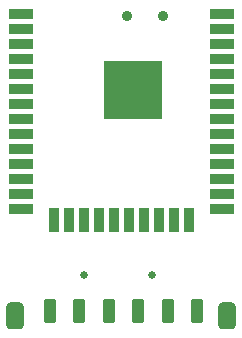
<source format=gbr>
%TF.GenerationSoftware,KiCad,Pcbnew,7.0.9-7.0.9~ubuntu22.04.1*%
%TF.CreationDate,2023-12-12T12:02:25+02:00*%
%TF.ProjectId,Haply_EE,4861706c-795f-4454-952e-6b696361645f,rev?*%
%TF.SameCoordinates,Original*%
%TF.FileFunction,Soldermask,Bot*%
%TF.FilePolarity,Negative*%
%FSLAX46Y46*%
G04 Gerber Fmt 4.6, Leading zero omitted, Abs format (unit mm)*
G04 Created by KiCad (PCBNEW 7.0.9-7.0.9~ubuntu22.04.1) date 2023-12-12 12:02:25*
%MOMM*%
%LPD*%
G01*
G04 APERTURE LIST*
G04 Aperture macros list*
%AMRoundRect*
0 Rectangle with rounded corners*
0 $1 Rounding radius*
0 $2 $3 $4 $5 $6 $7 $8 $9 X,Y pos of 4 corners*
0 Add a 4 corners polygon primitive as box body*
4,1,4,$2,$3,$4,$5,$6,$7,$8,$9,$2,$3,0*
0 Add four circle primitives for the rounded corners*
1,1,$1+$1,$2,$3*
1,1,$1+$1,$4,$5*
1,1,$1+$1,$6,$7*
1,1,$1+$1,$8,$9*
0 Add four rect primitives between the rounded corners*
20,1,$1+$1,$2,$3,$4,$5,0*
20,1,$1+$1,$4,$5,$6,$7,0*
20,1,$1+$1,$6,$7,$8,$9,0*
20,1,$1+$1,$8,$9,$2,$3,0*%
G04 Aperture macros list end*
%ADD10C,0.650000*%
%ADD11C,0.900000*%
%ADD12R,2.000000X0.900000*%
%ADD13R,0.900000X2.000000*%
%ADD14R,5.000000X5.000000*%
%ADD15RoundRect,0.381000X0.381000X-0.762000X0.381000X0.762000X-0.381000X0.762000X-0.381000X-0.762000X0*%
%ADD16RoundRect,0.050000X0.450000X0.950000X-0.450000X0.950000X-0.450000X-0.950000X0.450000X-0.950000X0*%
G04 APERTURE END LIST*
D10*
%TO.C,J2*%
X128712000Y-118356000D03*
X134492000Y-118356000D03*
%TD*%
D11*
%TO.C,SW1*%
X135375000Y-96415000D03*
X132375000Y-96415000D03*
%TD*%
D12*
%TO.C,MOD1*%
X140400000Y-96230000D03*
X140400000Y-97500000D03*
X140400000Y-98770000D03*
X140400000Y-100040000D03*
X140400000Y-101310000D03*
X140400000Y-102580000D03*
X140400000Y-103850000D03*
X140400000Y-105120000D03*
X140400000Y-106390000D03*
X140400000Y-107660000D03*
X140400000Y-108930000D03*
X140400000Y-110200000D03*
X140400000Y-111470000D03*
X140400000Y-112740000D03*
D13*
X137615000Y-113740000D03*
X136345000Y-113740000D03*
X135075000Y-113740000D03*
X133805000Y-113740000D03*
X132535000Y-113740000D03*
X131265000Y-113740000D03*
X129995000Y-113740000D03*
X128725000Y-113740000D03*
X127455000Y-113740000D03*
X126185000Y-113740000D03*
D12*
X123400000Y-112740000D03*
X123400000Y-111470000D03*
X123400000Y-110200000D03*
X123400000Y-108930000D03*
X123400000Y-107660000D03*
X123400000Y-106390000D03*
X123400000Y-105120000D03*
X123400000Y-103850000D03*
X123400000Y-102580000D03*
X123400000Y-101310000D03*
X123400000Y-100040000D03*
X123400000Y-98770000D03*
X123400000Y-97500000D03*
X123400000Y-96230000D03*
D14*
X132900000Y-102730000D03*
%TD*%
D15*
%TO.C,BAT1*%
X122850000Y-121875000D03*
X140850000Y-121875000D03*
%TD*%
D16*
%TO.C,j3*%
X138310000Y-121412000D03*
X135810000Y-121412000D03*
X133310000Y-121412000D03*
X130810000Y-121412000D03*
X128310000Y-121412000D03*
X125810000Y-121412000D03*
%TD*%
M02*

</source>
